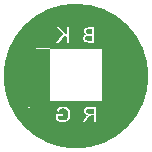
<source format=gbr>
G04 Layer_Color=32896*
%FSLAX25Y25*%
%MOIN*%
%TF.FileFunction,Legend,Bot*%
%TF.Part,Single*%
G01*
G75*
%ADD23C,0.04921*%
%ADD24R,0.04828X0.05545*%
%ADD25R,0.04500X0.06000*%
%ADD26R,0.04000X0.18500*%
%ADD27R,0.03500X0.03000*%
%ADD28R,0.18000X0.04500*%
%ADD29R,0.05000X0.05000*%
%ADD30R,0.04000X0.03500*%
%ADD31R,0.03000X0.05000*%
%ADD32R,0.04500X0.20500*%
%ADD33R,0.06500X0.05000*%
%ADD34R,0.19000X0.03000*%
%ADD35R,0.00500X0.12130*%
%ADD36R,0.06328X0.05500*%
%ADD37R,0.05500X0.19000*%
%ADD38R,0.06828X0.24000*%
%ADD39R,0.04000X0.04000*%
%ADD40R,0.08500X0.24500*%
%ADD41R,0.08000X0.06000*%
%ADD42R,0.02500X0.08500*%
G36*
X362500Y363500D02*
X354695D01*
Y372545D01*
X362500D01*
Y363500D01*
D02*
G37*
G36*
X363000Y337000D02*
X354559D01*
Y346045D01*
X363000D01*
Y337000D01*
D02*
G37*
G36*
X354500Y336915D02*
X345836D01*
Y346130D01*
X354500D01*
Y336915D01*
D02*
G37*
G36*
X354000Y363500D02*
X345828D01*
Y372545D01*
X354000D01*
Y363500D01*
D02*
G37*
%LPC*%
G36*
X361000Y344045D02*
X358651D01*
X358593Y344038D01*
X358533D01*
X358461Y344032D01*
X358383Y344025D01*
X358219Y344012D01*
X358048Y343986D01*
X357884Y343953D01*
X357805Y343933D01*
X357740Y343907D01*
X357733D01*
X357727Y343900D01*
X357707Y343894D01*
X357681Y343881D01*
X357615Y343848D01*
X357536Y343795D01*
X357445Y343730D01*
X357353Y343644D01*
X357261Y343540D01*
X357175Y343421D01*
Y343415D01*
X357169Y343408D01*
X357156Y343389D01*
X357143Y343362D01*
X357110Y343290D01*
X357071Y343198D01*
X357031Y343087D01*
X356998Y342956D01*
X356972Y342811D01*
X356966Y342660D01*
Y342654D01*
Y342634D01*
Y342608D01*
X356972Y342569D01*
X356979Y342523D01*
X356985Y342470D01*
X357012Y342346D01*
X357051Y342201D01*
X357110Y342050D01*
X357149Y341978D01*
X357195Y341899D01*
X357254Y341827D01*
X357313Y341755D01*
X357320Y341749D01*
X357326Y341742D01*
X357353Y341722D01*
X357379Y341696D01*
X357418Y341670D01*
X357464Y341637D01*
X357517Y341598D01*
X357576Y341558D01*
X357648Y341519D01*
X357727Y341480D01*
X357818Y341440D01*
X357917Y341401D01*
X358022Y341368D01*
X358133Y341335D01*
X358258Y341309D01*
X358389Y341289D01*
X358376Y341283D01*
X358343Y341270D01*
X358297Y341244D01*
X358238Y341211D01*
X358107Y341125D01*
X358048Y341079D01*
X357989Y341034D01*
X357982D01*
X357976Y341020D01*
X357937Y340988D01*
X357884Y340929D01*
X357805Y340850D01*
X357720Y340758D01*
X357628Y340640D01*
X357530Y340509D01*
X357431Y340365D01*
X356559Y339000D01*
X357399D01*
X358061Y340043D01*
Y340050D01*
X358074Y340063D01*
X358087Y340089D01*
X358107Y340115D01*
X358133Y340155D01*
X358166Y340200D01*
X358232Y340299D01*
X358310Y340410D01*
X358389Y340522D01*
X358468Y340633D01*
X358547Y340732D01*
X358553Y340745D01*
X358579Y340771D01*
X358612Y340817D01*
X358658Y340863D01*
X358711Y340922D01*
X358770Y340981D01*
X358829Y341027D01*
X358888Y341073D01*
X358894Y341079D01*
X358914Y341086D01*
X358940Y341106D01*
X358980Y341125D01*
X359025Y341152D01*
X359078Y341171D01*
X359189Y341211D01*
X359196D01*
X359209Y341217D01*
X359235D01*
X359275Y341224D01*
X359327Y341230D01*
X359393D01*
X359465Y341237D01*
X360331D01*
Y339000D01*
X361000D01*
Y344045D01*
D02*
G37*
G36*
X349981Y344130D02*
X349889D01*
X349837Y344123D01*
X349784D01*
X349719Y344117D01*
X349653Y344110D01*
X349496Y344084D01*
X349331Y344051D01*
X349161Y344005D01*
X348990Y343946D01*
X348984D01*
X348971Y343940D01*
X348951Y343927D01*
X348918Y343913D01*
X348879Y343894D01*
X348839Y343874D01*
X348741Y343822D01*
X348630Y343749D01*
X348512Y343664D01*
X348400Y343566D01*
X348302Y343454D01*
Y343448D01*
X348288Y343441D01*
X348275Y343421D01*
X348262Y343395D01*
X348236Y343369D01*
X348216Y343330D01*
X348157Y343231D01*
X348092Y343113D01*
X348033Y342975D01*
X347967Y342811D01*
X347915Y342628D01*
X348518Y342464D01*
Y342470D01*
X348525Y342483D01*
X348531Y342503D01*
X348538Y342529D01*
X348564Y342595D01*
X348597Y342687D01*
X348636Y342779D01*
X348682Y342883D01*
X348741Y342982D01*
X348800Y343067D01*
X348807Y343080D01*
X348833Y343107D01*
X348872Y343146D01*
X348925Y343198D01*
X348990Y343251D01*
X349076Y343310D01*
X349174Y343369D01*
X349286Y343421D01*
X349292D01*
X349299Y343428D01*
X349338Y343441D01*
X349404Y343467D01*
X349489Y343494D01*
X349587Y343513D01*
X349705Y343540D01*
X349837Y343553D01*
X349974Y343559D01*
X350053D01*
X350093Y343553D01*
X350138D01*
X350243Y343540D01*
X350368Y343526D01*
X350506Y343500D01*
X350637Y343461D01*
X350768Y343415D01*
X350775D01*
X350781Y343408D01*
X350821Y343389D01*
X350886Y343362D01*
X350958Y343317D01*
X351044Y343264D01*
X351135Y343205D01*
X351227Y343126D01*
X351306Y343047D01*
X351313Y343034D01*
X351339Y343008D01*
X351378Y342962D01*
X351424Y342903D01*
X351470Y342831D01*
X351523Y342746D01*
X351575Y342647D01*
X351621Y342549D01*
Y342542D01*
X351627Y342529D01*
X351641Y342503D01*
X351647Y342470D01*
X351667Y342424D01*
X351680Y342372D01*
X351700Y342313D01*
X351713Y342247D01*
X351752Y342096D01*
X351778Y341926D01*
X351805Y341736D01*
X351811Y341532D01*
Y341526D01*
Y341499D01*
Y341467D01*
X351805Y341421D01*
Y341362D01*
X351798Y341296D01*
X351792Y341217D01*
X351785Y341139D01*
X351752Y340961D01*
X351713Y340771D01*
X351660Y340581D01*
X351582Y340404D01*
Y340397D01*
X351569Y340384D01*
X351555Y340358D01*
X351536Y340332D01*
X351516Y340292D01*
X351483Y340246D01*
X351411Y340148D01*
X351319Y340043D01*
X351201Y339925D01*
X351070Y339820D01*
X350912Y339728D01*
X350906D01*
X350893Y339722D01*
X350867Y339708D01*
X350834Y339695D01*
X350794Y339676D01*
X350742Y339663D01*
X350689Y339643D01*
X350624Y339623D01*
X350486Y339577D01*
X350329Y339545D01*
X350151Y339518D01*
X349968Y339512D01*
X349896D01*
X349856Y339518D01*
X349810D01*
X349699Y339531D01*
X349568Y339551D01*
X349430Y339584D01*
X349279Y339623D01*
X349122Y339676D01*
X349115D01*
X349102Y339682D01*
X349082Y339695D01*
X349056Y339702D01*
X348977Y339735D01*
X348885Y339781D01*
X348787Y339833D01*
X348682Y339892D01*
X348584Y339958D01*
X348492Y340030D01*
Y340975D01*
X349974D01*
Y341571D01*
X347836D01*
Y339695D01*
X347842Y339689D01*
X347855Y339676D01*
X347882Y339656D01*
X347921Y339630D01*
X347967Y339597D01*
X348020Y339564D01*
X348079Y339525D01*
X348144Y339479D01*
X348302Y339381D01*
X348472Y339289D01*
X348656Y339190D01*
X348853Y339111D01*
X348859D01*
X348879Y339105D01*
X348905Y339092D01*
X348944Y339079D01*
X348990Y339066D01*
X349049Y339053D01*
X349115Y339033D01*
X349181Y339013D01*
X349345Y338980D01*
X349528Y338948D01*
X349725Y338921D01*
X349928Y338915D01*
X350001D01*
X350053Y338921D01*
X350119D01*
X350197Y338934D01*
X350283Y338941D01*
X350375Y338954D01*
X350480Y338974D01*
X350585Y338993D01*
X350814Y339046D01*
X351044Y339125D01*
X351162Y339177D01*
X351280Y339230D01*
X351286Y339236D01*
X351306Y339243D01*
X351339Y339262D01*
X351378Y339289D01*
X351431Y339321D01*
X351490Y339361D01*
X351549Y339413D01*
X351621Y339466D01*
X351693Y339525D01*
X351765Y339597D01*
X351844Y339669D01*
X351916Y339754D01*
X351995Y339840D01*
X352067Y339938D01*
X352133Y340037D01*
X352192Y340148D01*
Y340155D01*
X352205Y340174D01*
X352218Y340207D01*
X352238Y340253D01*
X352264Y340312D01*
X352290Y340378D01*
X352316Y340456D01*
X352343Y340542D01*
X352375Y340640D01*
X352402Y340745D01*
X352428Y340850D01*
X352454Y340968D01*
X352487Y341224D01*
X352493Y341355D01*
X352500Y341493D01*
Y341499D01*
Y341526D01*
Y341565D01*
X352493Y341617D01*
Y341683D01*
X352487Y341762D01*
X352474Y341847D01*
X352461Y341945D01*
X352448Y342044D01*
X352428Y342155D01*
X352375Y342385D01*
X352297Y342628D01*
X352251Y342752D01*
X352198Y342870D01*
X352192Y342877D01*
X352185Y342897D01*
X352165Y342929D01*
X352139Y342975D01*
X352106Y343028D01*
X352067Y343087D01*
X352021Y343152D01*
X351969Y343225D01*
X351910Y343303D01*
X351844Y343382D01*
X351772Y343461D01*
X351693Y343540D01*
X351516Y343684D01*
X351418Y343756D01*
X351313Y343815D01*
X351306Y343822D01*
X351286Y343828D01*
X351254Y343841D01*
X351208Y343867D01*
X351155Y343887D01*
X351090Y343913D01*
X351011Y343946D01*
X350926Y343972D01*
X350834Y344005D01*
X350729Y344032D01*
X350624Y344058D01*
X350506Y344084D01*
X350250Y344117D01*
X350119Y344123D01*
X349981Y344130D01*
D02*
G37*
G36*
X352000Y370545D02*
X351331D01*
Y368045D01*
X348825Y370545D01*
X347920D01*
X350039Y368491D01*
X347828Y365500D01*
X348713D01*
X350511Y368039D01*
X351331Y367245D01*
Y365500D01*
X352000D01*
Y370545D01*
D02*
G37*
G36*
X360500D02*
X358512D01*
X358466Y370538D01*
X358407D01*
X358276Y370525D01*
X358132Y370505D01*
X357974Y370479D01*
X357823Y370440D01*
X357686Y370387D01*
X357679D01*
X357673Y370381D01*
X357653Y370374D01*
X357627Y370361D01*
X357568Y370322D01*
X357489Y370269D01*
X357397Y370203D01*
X357312Y370125D01*
X357220Y370026D01*
X357141Y369915D01*
Y369908D01*
X357135Y369902D01*
X357108Y369862D01*
X357076Y369797D01*
X357036Y369711D01*
X357003Y369613D01*
X356971Y369502D01*
X356944Y369384D01*
X356938Y369252D01*
Y369246D01*
Y369239D01*
Y369219D01*
Y369200D01*
X356944Y369134D01*
X356958Y369056D01*
X356984Y368957D01*
X357010Y368852D01*
X357056Y368747D01*
X357115Y368636D01*
X357122Y368623D01*
X357148Y368590D01*
X357187Y368537D01*
X357246Y368472D01*
X357325Y368400D01*
X357417Y368327D01*
X357522Y368249D01*
X357646Y368183D01*
X357640D01*
X357627Y368177D01*
X357600Y368170D01*
X357568Y368157D01*
X357535Y368144D01*
X357489Y368124D01*
X357384Y368072D01*
X357273Y368006D01*
X357154Y367927D01*
X357043Y367829D01*
X356944Y367717D01*
Y367711D01*
X356931Y367704D01*
X356918Y367685D01*
X356905Y367658D01*
X356866Y367593D01*
X356820Y367501D01*
X356774Y367389D01*
X356735Y367258D01*
X356708Y367114D01*
X356695Y366956D01*
Y366950D01*
Y366943D01*
Y366923D01*
Y366897D01*
X356702Y366832D01*
X356715Y366740D01*
X356735Y366641D01*
X356761Y366530D01*
X356794Y366418D01*
X356846Y366300D01*
X356853Y366287D01*
X356872Y366248D01*
X356905Y366195D01*
X356951Y366130D01*
X357003Y366051D01*
X357069Y365972D01*
X357141Y365900D01*
X357220Y365828D01*
X357227Y365821D01*
X357259Y365802D01*
X357305Y365769D01*
X357371Y365736D01*
X357450Y365697D01*
X357541Y365651D01*
X357653Y365612D01*
X357771Y365579D01*
X357784D01*
X357804Y365572D01*
X357830Y365566D01*
X357863Y365559D01*
X357902Y365552D01*
X357994Y365539D01*
X358112Y365526D01*
X358250Y365513D01*
X358407Y365507D01*
X358584Y365500D01*
X360500D01*
Y370545D01*
D02*
G37*
%LPD*%
G36*
X359831Y366097D02*
X358401D01*
X358250Y366104D01*
X358184Y366110D01*
X358125Y366117D01*
X358112D01*
X358086Y366123D01*
X358047Y366136D01*
X357994Y366149D01*
X357928Y366169D01*
X357869Y366189D01*
X357804Y366222D01*
X357745Y366254D01*
X357738Y366261D01*
X357719Y366274D01*
X357692Y366294D01*
X357653Y366327D01*
X357614Y366366D01*
X357568Y366418D01*
X357528Y366471D01*
X357489Y366536D01*
X357482Y366543D01*
X357469Y366569D01*
X357456Y366609D01*
X357436Y366661D01*
X357417Y366720D01*
X357397Y366792D01*
X357391Y366878D01*
X357384Y366963D01*
Y366976D01*
Y367009D01*
X357391Y367061D01*
X357404Y367127D01*
X357423Y367206D01*
X357450Y367284D01*
X357482Y367370D01*
X357535Y367448D01*
X357541Y367455D01*
X357561Y367481D01*
X357594Y367520D01*
X357640Y367566D01*
X357699Y367612D01*
X357765Y367665D01*
X357843Y367704D01*
X357935Y367743D01*
X357948Y367750D01*
X357981Y367757D01*
X358040Y367770D01*
X358125Y367789D01*
X358224Y367803D01*
X358355Y367816D01*
X358499Y367822D01*
X358670Y367829D01*
X359831D01*
Y366097D01*
D02*
G37*
G36*
Y368426D02*
X358591D01*
X358499Y368432D01*
X358394Y368439D01*
X358289Y368445D01*
X358191Y368459D01*
X358112Y368478D01*
X358099Y368485D01*
X358073Y368491D01*
X358027Y368511D01*
X357968Y368537D01*
X357902Y368577D01*
X357843Y368616D01*
X357778Y368669D01*
X357725Y368727D01*
X357719Y368734D01*
X357705Y368760D01*
X357686Y368800D01*
X357660Y368852D01*
X357633Y368911D01*
X357614Y368990D01*
X357600Y369075D01*
X357594Y369174D01*
Y369187D01*
Y369213D01*
X357600Y369265D01*
X357607Y369324D01*
X357627Y369390D01*
X357646Y369462D01*
X357679Y369541D01*
X357719Y369613D01*
X357725Y369620D01*
X357738Y369646D01*
X357765Y369679D01*
X357804Y369718D01*
X357856Y369764D01*
X357909Y369803D01*
X357981Y369843D01*
X358060Y369876D01*
X358073Y369882D01*
X358106Y369889D01*
X358158Y369902D01*
X358237Y369915D01*
X358289Y369921D01*
X358342Y369928D01*
X358407D01*
X358479Y369935D01*
X358552Y369941D01*
X358637Y369948D01*
X359831D01*
Y368426D01*
D02*
G37*
G36*
X360331Y341814D02*
X358789D01*
X358743Y341821D01*
X358638Y341827D01*
X358527Y341834D01*
X358402Y341854D01*
X358291Y341873D01*
X358186Y341906D01*
X358173Y341913D01*
X358140Y341926D01*
X358094Y341945D01*
X358035Y341978D01*
X357976Y342018D01*
X357910Y342070D01*
X357845Y342136D01*
X357792Y342208D01*
X357786Y342214D01*
X357772Y342247D01*
X357746Y342287D01*
X357720Y342346D01*
X357700Y342411D01*
X357674Y342490D01*
X357661Y342569D01*
X357654Y342660D01*
Y342667D01*
Y342674D01*
Y342693D01*
X357661Y342720D01*
X357667Y342785D01*
X357687Y342870D01*
X357720Y342962D01*
X357766Y343061D01*
X357832Y343159D01*
X357917Y343251D01*
X357930Y343264D01*
X357969Y343290D01*
X358028Y343323D01*
X358120Y343369D01*
X358173Y343389D01*
X358232Y343415D01*
X358297Y343435D01*
X358376Y343448D01*
X358455Y343467D01*
X358540Y343474D01*
X358638Y343487D01*
X360331D01*
Y341814D01*
D02*
G37*
D23*
X375984Y354331D02*
G03*
X375984Y354331I-21654J0D01*
G01*
D24*
X343414Y369772D02*
D03*
D25*
X338750Y364000D02*
D03*
D26*
X336000Y356750D02*
D03*
D27*
X339250Y342500D02*
D03*
D28*
X354000Y335750D02*
D03*
D29*
X343500Y338500D02*
D03*
D30*
X364000Y337250D02*
D03*
D31*
X366500Y339500D02*
D03*
D32*
X371750Y354750D02*
D03*
D33*
X364250Y370500D02*
D03*
D34*
X354500Y373000D02*
D03*
D35*
X354750Y340065D02*
D03*
D36*
X342664Y366250D02*
D03*
D37*
X338250Y353500D02*
D03*
D38*
X342414Y351500D02*
D03*
D39*
X364000Y340000D02*
D03*
D40*
X367250Y352250D02*
D03*
D41*
X366500Y366500D02*
D03*
D42*
X354250Y367750D02*
D03*
%TF.MD5,8620EA5FC57F775A2EF1BEBD0F7C4E27*%
M02*

</source>
